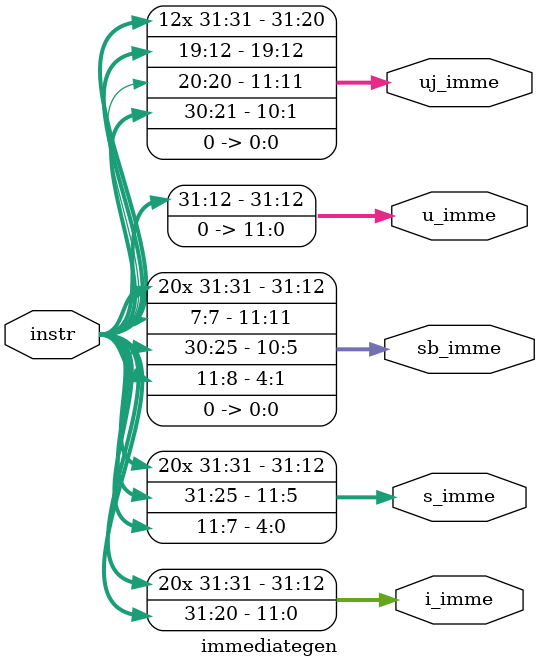
<source format=v>
module immediategen (
    input wire [31:0]instr,
    output reg [31:0] i_imme,
    output reg [31:0] s_imme,
    output reg [31:0] sb_imme,
    output reg [31:0] u_imme,
    output reg [31:0] uj_imme
);

    always @(*) begin

            i_imme = {{20{instr[31]}}, instr[31:20]};
            s_imme = {{20{instr[31]}}, instr[31:25], instr[11:7]};
           sb_imme = {{19{instr[31]}},instr[31],instr[7],instr[30:25],instr[11:8],1'b0};
           uj_imme = {{11{instr[31]}},instr[31],instr[19:12],instr[20],instr[30:21],1'b0};
           u_imme  = {{instr[31:12]},12'b0};
    end
endmodule
</source>
